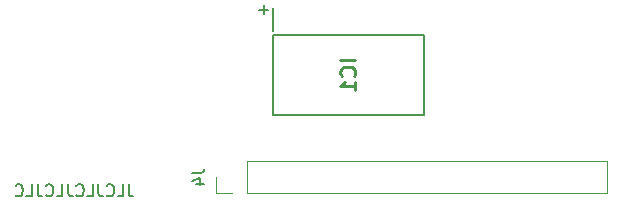
<source format=gbr>
%TF.GenerationSoftware,KiCad,Pcbnew,(5.1.6)-1*%
%TF.CreationDate,2020-09-22T22:22:24+03:00*%
%TF.ProjectId,ZX Keyboard logic,5a58204b-6579-4626-9f61-7264206c6f67,rev?*%
%TF.SameCoordinates,Original*%
%TF.FileFunction,Legend,Bot*%
%TF.FilePolarity,Positive*%
%FSLAX46Y46*%
G04 Gerber Fmt 4.6, Leading zero omitted, Abs format (unit mm)*
G04 Created by KiCad (PCBNEW (5.1.6)-1) date 2020-09-22 22:22:24*
%MOMM*%
%LPD*%
G01*
G04 APERTURE LIST*
%ADD10C,0.150000*%
%ADD11C,0.120000*%
%ADD12C,0.200000*%
%ADD13C,0.254000*%
G04 APERTURE END LIST*
D10*
X43112747Y-103757480D02*
X43112747Y-104471766D01*
X43160366Y-104614623D01*
X43255604Y-104709861D01*
X43398461Y-104757480D01*
X43493700Y-104757480D01*
X42160366Y-104757480D02*
X42636557Y-104757480D01*
X42636557Y-103757480D01*
X41255604Y-104662242D02*
X41303223Y-104709861D01*
X41446080Y-104757480D01*
X41541319Y-104757480D01*
X41684176Y-104709861D01*
X41779414Y-104614623D01*
X41827033Y-104519385D01*
X41874652Y-104328909D01*
X41874652Y-104186052D01*
X41827033Y-103995576D01*
X41779414Y-103900338D01*
X41684176Y-103805100D01*
X41541319Y-103757480D01*
X41446080Y-103757480D01*
X41303223Y-103805100D01*
X41255604Y-103852719D01*
X40541319Y-103757480D02*
X40541319Y-104471766D01*
X40588938Y-104614623D01*
X40684176Y-104709861D01*
X40827033Y-104757480D01*
X40922271Y-104757480D01*
X39588938Y-104757480D02*
X40065128Y-104757480D01*
X40065128Y-103757480D01*
X38684176Y-104662242D02*
X38731795Y-104709861D01*
X38874652Y-104757480D01*
X38969890Y-104757480D01*
X39112747Y-104709861D01*
X39207985Y-104614623D01*
X39255604Y-104519385D01*
X39303223Y-104328909D01*
X39303223Y-104186052D01*
X39255604Y-103995576D01*
X39207985Y-103900338D01*
X39112747Y-103805100D01*
X38969890Y-103757480D01*
X38874652Y-103757480D01*
X38731795Y-103805100D01*
X38684176Y-103852719D01*
X37969890Y-103757480D02*
X37969890Y-104471766D01*
X38017509Y-104614623D01*
X38112747Y-104709861D01*
X38255604Y-104757480D01*
X38350842Y-104757480D01*
X37017509Y-104757480D02*
X37493700Y-104757480D01*
X37493700Y-103757480D01*
X36112747Y-104662242D02*
X36160366Y-104709861D01*
X36303223Y-104757480D01*
X36398461Y-104757480D01*
X36541319Y-104709861D01*
X36636557Y-104614623D01*
X36684176Y-104519385D01*
X36731795Y-104328909D01*
X36731795Y-104186052D01*
X36684176Y-103995576D01*
X36636557Y-103900338D01*
X36541319Y-103805100D01*
X36398461Y-103757480D01*
X36303223Y-103757480D01*
X36160366Y-103805100D01*
X36112747Y-103852719D01*
X35398461Y-103757480D02*
X35398461Y-104471766D01*
X35446080Y-104614623D01*
X35541319Y-104709861D01*
X35684176Y-104757480D01*
X35779414Y-104757480D01*
X34446080Y-104757480D02*
X34922271Y-104757480D01*
X34922271Y-103757480D01*
X33541319Y-104662242D02*
X33588938Y-104709861D01*
X33731795Y-104757480D01*
X33827033Y-104757480D01*
X33969890Y-104709861D01*
X34065128Y-104614623D01*
X34112747Y-104519385D01*
X34160366Y-104328909D01*
X34160366Y-104186052D01*
X34112747Y-103995576D01*
X34065128Y-103900338D01*
X33969890Y-103805100D01*
X33827033Y-103757480D01*
X33731795Y-103757480D01*
X33588938Y-103805100D01*
X33541319Y-103852719D01*
X54902052Y-88958728D02*
X54140147Y-88958728D01*
X54521100Y-89339680D02*
X54521100Y-88577776D01*
D11*
%TO.C,J4*%
X53086000Y-101794000D02*
X53086000Y-104454000D01*
X53086000Y-101794000D02*
X83626000Y-101794000D01*
X83626000Y-101794000D02*
X83626000Y-104454000D01*
X53086000Y-104454000D02*
X83626000Y-104454000D01*
X50486000Y-104454000D02*
X51816000Y-104454000D01*
X50486000Y-103124000D02*
X50486000Y-104454000D01*
D12*
%TO.C,IC1*%
X55332000Y-88788000D02*
X55332000Y-90738000D01*
X68122000Y-91088000D02*
X55322000Y-91088000D01*
X68122000Y-97888000D02*
X68122000Y-91088000D01*
X55322000Y-97888000D02*
X68122000Y-97888000D01*
X55322000Y-91088000D02*
X55322000Y-97888000D01*
%TO.C,J4*%
D10*
X48498380Y-102790666D02*
X49212666Y-102790666D01*
X49355523Y-102743047D01*
X49450761Y-102647809D01*
X49498380Y-102504952D01*
X49498380Y-102409714D01*
X48831714Y-103695428D02*
X49498380Y-103695428D01*
X48450761Y-103457333D02*
X49165047Y-103219238D01*
X49165047Y-103838285D01*
%TO.C,IC1*%
D13*
X62296523Y-93248238D02*
X61026523Y-93248238D01*
X62175571Y-94578714D02*
X62236047Y-94518238D01*
X62296523Y-94336809D01*
X62296523Y-94215857D01*
X62236047Y-94034428D01*
X62115095Y-93913476D01*
X61994142Y-93853000D01*
X61752238Y-93792523D01*
X61570809Y-93792523D01*
X61328904Y-93853000D01*
X61207952Y-93913476D01*
X61087000Y-94034428D01*
X61026523Y-94215857D01*
X61026523Y-94336809D01*
X61087000Y-94518238D01*
X61147476Y-94578714D01*
X62296523Y-95788238D02*
X62296523Y-95062523D01*
X62296523Y-95425380D02*
X61026523Y-95425380D01*
X61207952Y-95304428D01*
X61328904Y-95183476D01*
X61389380Y-95062523D01*
%TD*%
M02*

</source>
